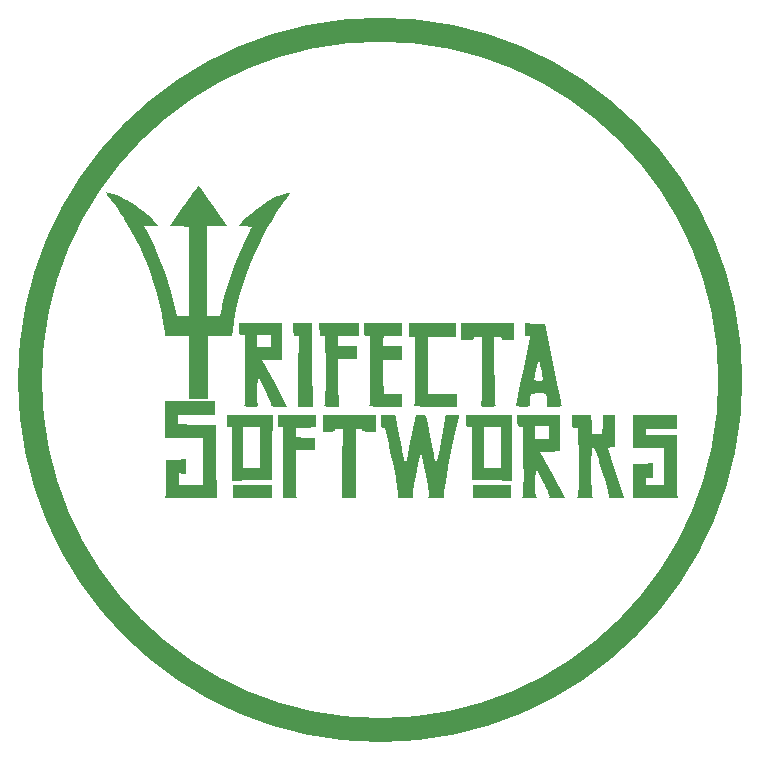
<source format=gbr>
%TF.GenerationSoftware,KiCad,Pcbnew,7.0.1*%
%TF.CreationDate,2023-03-27T13:47:12-05:00*%
%TF.ProjectId,_autosave-Circuitry-Circuit-Card,5f617574-6f73-4617-9665-2d4369726375,rev?*%
%TF.SameCoordinates,Original*%
%TF.FileFunction,Soldermask,Top*%
%TF.FilePolarity,Negative*%
%FSLAX46Y46*%
G04 Gerber Fmt 4.6, Leading zero omitted, Abs format (unit mm)*
G04 Created by KiCad (PCBNEW 7.0.1) date 2023-03-27 13:47:12*
%MOMM*%
%LPD*%
G01*
G04 APERTURE LIST*
%ADD10C,0.000000*%
%ADD11C,2.000000*%
G04 APERTURE END LIST*
D10*
G36*
X112694557Y-86229575D02*
G01*
X109431366Y-86229575D01*
X109431366Y-85083045D01*
X112694557Y-85083045D01*
X112694557Y-86229575D01*
G37*
G36*
X95867062Y-74940685D02*
G01*
X95893520Y-78468463D01*
X94658798Y-78468463D01*
X94685253Y-75469852D01*
X94711716Y-72471240D01*
X94482407Y-72471240D01*
X94445050Y-72470820D01*
X94412162Y-72469121D01*
X94383461Y-72465484D01*
X94358661Y-72459251D01*
X94347635Y-72454954D01*
X94337478Y-72449761D01*
X94328154Y-72443590D01*
X94319628Y-72436358D01*
X94311864Y-72427982D01*
X94304827Y-72418380D01*
X94298481Y-72407471D01*
X94292790Y-72395171D01*
X94283234Y-72366070D01*
X94275875Y-72330420D01*
X94270427Y-72287561D01*
X94266607Y-72236834D01*
X94264130Y-72177581D01*
X94262713Y-72109142D01*
X94261921Y-71942073D01*
X94261921Y-71412910D01*
X95849422Y-71412910D01*
X95867062Y-74940685D01*
G37*
G36*
X116839699Y-82252006D02*
G01*
X116001854Y-82278461D01*
X115172829Y-82304923D01*
X116213524Y-84262836D01*
X117263031Y-86229575D01*
X116557480Y-86229575D01*
X116458205Y-86229257D01*
X116368516Y-86228266D01*
X116288077Y-86226552D01*
X116251221Y-86225407D01*
X116216552Y-86224062D01*
X116184028Y-86222510D01*
X116153606Y-86220746D01*
X116125245Y-86218761D01*
X116098902Y-86216551D01*
X116074536Y-86214108D01*
X116052104Y-86211426D01*
X116031566Y-86208498D01*
X116012877Y-86205319D01*
X115995998Y-86201881D01*
X115980885Y-86198178D01*
X115967497Y-86194204D01*
X115955792Y-86189953D01*
X115945727Y-86185417D01*
X115937262Y-86180591D01*
X115933615Y-86178066D01*
X115930352Y-86175467D01*
X115927469Y-86172792D01*
X115924958Y-86170040D01*
X115922816Y-86167211D01*
X115921037Y-86164303D01*
X115919615Y-86161316D01*
X115918546Y-86158249D01*
X115917824Y-86155102D01*
X115917444Y-86151873D01*
X115917401Y-86148562D01*
X115917689Y-86145167D01*
X115918303Y-86141689D01*
X115919239Y-86138125D01*
X115922051Y-86130741D01*
X115926085Y-86123009D01*
X115931297Y-86114921D01*
X115940274Y-86097944D01*
X115943993Y-86073358D01*
X115942363Y-86040994D01*
X115935295Y-86000684D01*
X115922697Y-85952261D01*
X115904479Y-85895557D01*
X115850822Y-85756633D01*
X115773601Y-85582568D01*
X115672091Y-85372020D01*
X115545569Y-85123644D01*
X115393311Y-84836097D01*
X114767128Y-83663120D01*
X114740669Y-84827281D01*
X114736122Y-85101805D01*
X114735398Y-85226696D01*
X114735708Y-85343358D01*
X114737052Y-85451803D01*
X114739429Y-85552045D01*
X114742840Y-85644096D01*
X114747285Y-85727968D01*
X114752763Y-85803676D01*
X114759275Y-85871232D01*
X114766820Y-85930649D01*
X114775400Y-85981940D01*
X114785012Y-86025118D01*
X114795659Y-86060195D01*
X114801370Y-86074700D01*
X114807339Y-86087185D01*
X114813567Y-86097652D01*
X114820053Y-86106101D01*
X114834347Y-86124929D01*
X114843874Y-86141793D01*
X114848207Y-86156797D01*
X114848293Y-86163633D01*
X114846921Y-86170043D01*
X114844037Y-86176040D01*
X114839589Y-86181636D01*
X114825784Y-86191679D01*
X114805080Y-86200274D01*
X114777052Y-86207526D01*
X114741272Y-86213538D01*
X114697314Y-86218413D01*
X114644753Y-86222254D01*
X114583160Y-86225166D01*
X114431179Y-86228611D01*
X114237961Y-86229575D01*
X114137438Y-86229351D01*
X114047277Y-86228611D01*
X113967089Y-86227250D01*
X113930614Y-86226305D01*
X113896487Y-86225166D01*
X113864659Y-86223820D01*
X113835083Y-86222254D01*
X113807709Y-86220456D01*
X113782489Y-86218413D01*
X113759376Y-86216111D01*
X113738319Y-86213538D01*
X113719272Y-86210681D01*
X113702185Y-86207526D01*
X113687010Y-86204062D01*
X113673698Y-86200274D01*
X113662202Y-86196151D01*
X113657119Y-86193959D01*
X113652472Y-86191679D01*
X113648255Y-86189308D01*
X113644461Y-86186845D01*
X113641084Y-86184288D01*
X113638119Y-86181636D01*
X113635560Y-86178887D01*
X113633399Y-86176040D01*
X113631632Y-86173092D01*
X113630252Y-86170043D01*
X113629253Y-86166891D01*
X113628629Y-86163633D01*
X113628374Y-86160269D01*
X113628482Y-86156797D01*
X113628947Y-86153214D01*
X113629763Y-86149521D01*
X113630923Y-86145714D01*
X113632422Y-86141793D01*
X113636413Y-86133600D01*
X113641685Y-86124929D01*
X113648192Y-86115767D01*
X113655884Y-86106101D01*
X113668596Y-86081820D01*
X113680275Y-86038353D01*
X113700532Y-85891540D01*
X113716654Y-85661012D01*
X113728642Y-85342117D01*
X113740215Y-84420624D01*
X113735252Y-83089854D01*
X113708794Y-80188255D01*
X113470673Y-80161792D01*
X113428658Y-80156727D01*
X113391695Y-80151028D01*
X113359891Y-80144157D01*
X114723030Y-80144157D01*
X114723030Y-81202491D01*
X115869560Y-81202491D01*
X115869560Y-80144157D01*
X114723030Y-80144157D01*
X113359891Y-80144157D01*
X113359460Y-80144064D01*
X113331630Y-80135199D01*
X113319266Y-80129857D01*
X113307882Y-80123803D01*
X113297438Y-80116957D01*
X113287894Y-80109241D01*
X113279208Y-80100576D01*
X113271342Y-80090881D01*
X113264253Y-80080079D01*
X113257903Y-80068090D01*
X113252250Y-80054835D01*
X113247255Y-80040235D01*
X113239075Y-80006682D01*
X113233039Y-79966798D01*
X113228824Y-79919952D01*
X113226109Y-79865509D01*
X113224569Y-79802836D01*
X113223724Y-79650272D01*
X113223724Y-79174018D01*
X116839699Y-79174018D01*
X116839699Y-82252006D01*
G37*
G36*
X87647339Y-79174018D02*
G01*
X84472340Y-79174018D01*
X84472340Y-79967769D01*
X86086296Y-79985404D01*
X87691437Y-80011867D01*
X87735535Y-83125129D01*
X87779629Y-86229575D01*
X85548313Y-86229575D01*
X84827547Y-86229248D01*
X84534866Y-86228471D01*
X84283410Y-86226957D01*
X84172225Y-86225847D01*
X84070247Y-86224461D01*
X83977108Y-86222769D01*
X83892443Y-86220739D01*
X83815884Y-86218340D01*
X83747066Y-86215543D01*
X83685621Y-86212316D01*
X83631184Y-86208629D01*
X83583386Y-86204451D01*
X83541863Y-86199751D01*
X83523339Y-86197196D01*
X83506247Y-86194499D01*
X83490539Y-86191656D01*
X83476171Y-86188664D01*
X83463097Y-86185519D01*
X83451270Y-86182216D01*
X83440645Y-86178752D01*
X83431176Y-86175123D01*
X83422818Y-86171325D01*
X83415523Y-86167355D01*
X83409248Y-86163208D01*
X83403945Y-86158881D01*
X83399569Y-86154370D01*
X83396074Y-86149671D01*
X83393415Y-86144780D01*
X83391545Y-86139694D01*
X83390419Y-86134408D01*
X83389990Y-86128919D01*
X83390214Y-86123222D01*
X83391043Y-86117315D01*
X83392433Y-86111193D01*
X83394338Y-86104853D01*
X83399508Y-86091500D01*
X83406186Y-86077227D01*
X83414005Y-86062003D01*
X83423717Y-86036897D01*
X83432989Y-85998406D01*
X83450112Y-85883960D01*
X83465167Y-85724038D01*
X83477949Y-85524016D01*
X83488249Y-85289267D01*
X83495863Y-85025166D01*
X83500582Y-84737087D01*
X83502201Y-84430404D01*
X83502201Y-82975196D01*
X84340046Y-82948741D01*
X85177895Y-82922282D01*
X85177895Y-84165824D01*
X84869213Y-84130542D01*
X84560532Y-84095267D01*
X84560532Y-85083045D01*
X86589005Y-85083045D01*
X86589005Y-81114295D01*
X83414005Y-81114295D01*
X83414005Y-78027492D01*
X87647339Y-78027492D01*
X87647339Y-79174018D01*
G37*
G36*
X102377209Y-79174259D02*
G01*
X102464558Y-79175120D01*
X102541573Y-79176808D01*
X102608975Y-79179530D01*
X102639298Y-79181343D01*
X102667490Y-79183491D01*
X102693640Y-79186002D01*
X102717839Y-79188900D01*
X102740178Y-79192211D01*
X102760747Y-79195962D01*
X102779637Y-79200178D01*
X102796938Y-79204884D01*
X102812740Y-79210108D01*
X102827134Y-79215874D01*
X102840210Y-79222208D01*
X102852059Y-79229137D01*
X102862771Y-79236686D01*
X102872437Y-79244881D01*
X102881147Y-79253747D01*
X102888991Y-79263312D01*
X102896060Y-79273599D01*
X102902444Y-79284636D01*
X102908234Y-79296449D01*
X102913520Y-79309062D01*
X102918393Y-79322502D01*
X102922942Y-79336794D01*
X102931435Y-79368041D01*
X103060423Y-80003047D01*
X103301849Y-81246589D01*
X103435917Y-81947872D01*
X103490465Y-82231024D01*
X103537635Y-82473042D01*
X103578139Y-82676819D01*
X103596113Y-82765272D01*
X103612688Y-82845250D01*
X103627950Y-82917115D01*
X103641990Y-82981228D01*
X103654897Y-83037951D01*
X103666759Y-83087647D01*
X103677664Y-83130676D01*
X103687703Y-83167401D01*
X103696962Y-83198183D01*
X103705533Y-83223384D01*
X103709587Y-83234004D01*
X103713502Y-83243365D01*
X103717290Y-83251512D01*
X103720960Y-83258489D01*
X103724525Y-83264343D01*
X103727994Y-83269117D01*
X103731381Y-83272858D01*
X103734695Y-83275611D01*
X103737947Y-83277421D01*
X103741149Y-83278333D01*
X103744312Y-83278392D01*
X103747447Y-83277644D01*
X103750565Y-83276134D01*
X103753677Y-83273906D01*
X103756795Y-83271007D01*
X103759928Y-83267481D01*
X103766289Y-83258731D01*
X103772849Y-83248017D01*
X103786919Y-83222144D01*
X103807695Y-83156567D01*
X103842320Y-83018332D01*
X103945674Y-82557378D01*
X104082100Y-81906253D01*
X104236717Y-81131931D01*
X104615952Y-79174018D01*
X105030464Y-79174018D01*
X105076018Y-79174528D01*
X105119969Y-79176034D01*
X105162163Y-79178495D01*
X105202445Y-79181873D01*
X105240660Y-79186130D01*
X105276652Y-79191226D01*
X105310267Y-79197124D01*
X105341351Y-79203784D01*
X105369747Y-79211167D01*
X105395300Y-79219235D01*
X105406963Y-79223513D01*
X105417857Y-79227949D01*
X105427963Y-79232535D01*
X105437261Y-79237269D01*
X105445732Y-79242145D01*
X105453358Y-79247159D01*
X105460118Y-79252304D01*
X105465993Y-79257578D01*
X105470963Y-79262974D01*
X105475010Y-79268487D01*
X105478114Y-79274114D01*
X105480255Y-79279849D01*
X105529176Y-79478427D01*
X105626881Y-79935798D01*
X105912415Y-81352416D01*
X105990668Y-81748380D01*
X106065511Y-82117369D01*
X106135187Y-82451424D01*
X106197938Y-82742587D01*
X106252008Y-82982900D01*
X106295639Y-83164406D01*
X106327075Y-83279145D01*
X106337671Y-83308990D01*
X106341592Y-83316597D01*
X106344559Y-83319160D01*
X106366838Y-83275741D01*
X106402488Y-83152882D01*
X106505376Y-82713235D01*
X106636169Y-82089001D01*
X106777814Y-81368958D01*
X106913258Y-80641887D01*
X107025448Y-79996569D01*
X107097331Y-79521784D01*
X107112829Y-79376085D01*
X107111855Y-79306312D01*
X107105218Y-79285931D01*
X107102174Y-79267708D01*
X107103212Y-79251526D01*
X107105415Y-79244164D01*
X107108823Y-79237269D01*
X107113497Y-79230827D01*
X107119498Y-79224822D01*
X107135729Y-79214066D01*
X107158006Y-79204887D01*
X107186820Y-79197168D01*
X107222662Y-79190793D01*
X107266023Y-79185644D01*
X107317394Y-79181607D01*
X107377266Y-79178565D01*
X107524475Y-79175000D01*
X107711578Y-79174018D01*
X107819173Y-79174152D01*
X107914185Y-79174673D01*
X107997259Y-79175762D01*
X108069041Y-79177601D01*
X108100900Y-79178858D01*
X108130179Y-79180370D01*
X108156957Y-79182160D01*
X108181316Y-79184250D01*
X108203337Y-79186663D01*
X108223100Y-79189422D01*
X108240687Y-79192549D01*
X108256177Y-79196067D01*
X108269652Y-79199998D01*
X108281192Y-79204365D01*
X108286262Y-79206719D01*
X108290878Y-79209191D01*
X108295052Y-79211783D01*
X108298792Y-79214498D01*
X108302108Y-79217339D01*
X108305012Y-79220309D01*
X108307513Y-79223410D01*
X108309621Y-79226646D01*
X108311347Y-79230019D01*
X108312700Y-79233532D01*
X108313690Y-79237188D01*
X108314328Y-79240990D01*
X108314623Y-79244941D01*
X108314586Y-79249042D01*
X108313556Y-79257712D01*
X108311318Y-79267020D01*
X108307953Y-79276991D01*
X108303542Y-79287646D01*
X108298164Y-79299009D01*
X108291902Y-79311102D01*
X108284836Y-79323947D01*
X108252282Y-79422511D01*
X108196370Y-79642824D01*
X108026874Y-80393305D01*
X107801151Y-81464593D01*
X107544006Y-82745895D01*
X107385549Y-83548653D01*
X107253654Y-84233486D01*
X107147596Y-84804839D01*
X107066653Y-85267154D01*
X107010102Y-85624876D01*
X106990747Y-85765903D01*
X106977218Y-85882448D01*
X106969426Y-85975067D01*
X106967279Y-86044315D01*
X106970687Y-86090748D01*
X106974447Y-86105582D01*
X106979561Y-86114921D01*
X106990355Y-86130741D01*
X106996046Y-86145167D01*
X106996285Y-86158249D01*
X106994251Y-86164303D01*
X106990723Y-86170040D01*
X106979012Y-86180591D01*
X106960802Y-86189953D01*
X106935746Y-86198178D01*
X106903493Y-86205319D01*
X106863695Y-86211426D01*
X106816004Y-86216551D01*
X106760071Y-86220746D01*
X106695546Y-86224062D01*
X106539328Y-86228266D01*
X106344559Y-86229575D01*
X106237824Y-86229354D01*
X106142213Y-86228628D01*
X106057273Y-86227308D01*
X106018663Y-86226397D01*
X105982551Y-86225303D01*
X105948881Y-86224016D01*
X105917597Y-86222524D01*
X105888641Y-86220815D01*
X105861957Y-86218878D01*
X105837488Y-86216703D01*
X105815179Y-86214277D01*
X105794972Y-86211589D01*
X105776812Y-86208629D01*
X105760640Y-86205384D01*
X105746402Y-86201844D01*
X105734041Y-86197997D01*
X105728546Y-86195955D01*
X105723499Y-86193832D01*
X105718893Y-86191627D01*
X105714721Y-86189337D01*
X105710975Y-86186963D01*
X105707650Y-86184502D01*
X105704736Y-86181953D01*
X105702229Y-86179315D01*
X105700120Y-86176585D01*
X105698402Y-86173764D01*
X105697068Y-86170849D01*
X105696112Y-86167839D01*
X105695526Y-86164732D01*
X105695303Y-86161527D01*
X105695437Y-86158223D01*
X105695919Y-86154819D01*
X105696743Y-86151312D01*
X105697902Y-86147701D01*
X105699389Y-86143986D01*
X105701197Y-86140164D01*
X105705747Y-86132196D01*
X105711494Y-86123785D01*
X105718384Y-86114921D01*
X105730046Y-86092372D01*
X105738503Y-86060626D01*
X105743654Y-86018957D01*
X105745394Y-85966644D01*
X105738228Y-85827187D01*
X105716179Y-85636467D01*
X105678420Y-85388696D01*
X105624125Y-85078087D01*
X105552465Y-84698851D01*
X105462616Y-84245200D01*
X105322606Y-83563759D01*
X105202442Y-83000555D01*
X105153936Y-82781636D01*
X105115351Y-82614291D01*
X105088342Y-82505857D01*
X105079695Y-82476025D01*
X105074562Y-82463672D01*
X105064569Y-82455511D01*
X105054150Y-82455438D01*
X105042878Y-82465338D01*
X105030327Y-82487098D01*
X104999682Y-82573743D01*
X104958806Y-82730460D01*
X104904288Y-82972341D01*
X104832716Y-83314473D01*
X104624771Y-84359851D01*
X104561295Y-84687739D01*
X104503917Y-84998573D01*
X104453774Y-85285222D01*
X104412003Y-85540555D01*
X104379740Y-85757440D01*
X104358123Y-85928748D01*
X104351662Y-85995081D01*
X104348288Y-86047345D01*
X104348144Y-86084649D01*
X104351372Y-86106101D01*
X104356159Y-86123474D01*
X104357019Y-86139259D01*
X104353539Y-86153519D01*
X104345304Y-86166319D01*
X104331902Y-86177725D01*
X104312919Y-86187800D01*
X104287941Y-86196609D01*
X104256556Y-86204216D01*
X104218349Y-86210687D01*
X104172908Y-86216086D01*
X104119818Y-86220476D01*
X104058668Y-86223924D01*
X103910528Y-86228249D01*
X103725182Y-86229575D01*
X103639385Y-86229263D01*
X103560526Y-86228318D01*
X103488513Y-86226726D01*
X103423258Y-86224475D01*
X103364668Y-86221553D01*
X103312654Y-86217946D01*
X103267125Y-86213641D01*
X103246764Y-86211223D01*
X103227991Y-86208626D01*
X103210794Y-86205848D01*
X103195162Y-86202887D01*
X103181083Y-86199743D01*
X103168546Y-86196412D01*
X103157540Y-86192895D01*
X103148054Y-86189188D01*
X103140077Y-86185291D01*
X103133596Y-86181202D01*
X103128601Y-86176919D01*
X103125080Y-86172441D01*
X103123869Y-86170128D01*
X103123022Y-86167766D01*
X103122539Y-86165354D01*
X103122416Y-86162892D01*
X103123251Y-86157818D01*
X103125515Y-86152543D01*
X103129197Y-86147064D01*
X103134285Y-86141380D01*
X103144922Y-86118366D01*
X103150339Y-86075509D01*
X103145310Y-85928610D01*
X103118782Y-85697375D01*
X103070344Y-85378497D01*
X102906082Y-84464581D01*
X102649216Y-83160403D01*
X102552423Y-82680363D01*
X102466470Y-82256533D01*
X102390413Y-81885388D01*
X102323309Y-81563399D01*
X102264215Y-81287040D01*
X102237377Y-81164870D01*
X102212187Y-81052785D01*
X102188529Y-80950344D01*
X102166283Y-80857106D01*
X102145333Y-80772630D01*
X102125560Y-80696476D01*
X102106846Y-80628203D01*
X102089074Y-80567369D01*
X102072125Y-80513534D01*
X102055882Y-80466257D01*
X102040227Y-80425098D01*
X102025042Y-80389614D01*
X102017589Y-80373863D01*
X102010209Y-80359366D01*
X102002887Y-80346068D01*
X101995610Y-80333913D01*
X101988361Y-80322847D01*
X101981127Y-80312813D01*
X101973892Y-80303759D01*
X101966643Y-80295627D01*
X101959363Y-80288363D01*
X101952039Y-80281912D01*
X101944655Y-80276219D01*
X101937197Y-80271228D01*
X101929651Y-80266885D01*
X101922001Y-80263135D01*
X101914232Y-80259922D01*
X101906331Y-80257191D01*
X101890070Y-80252956D01*
X101873100Y-80249988D01*
X101840302Y-80244621D01*
X101811211Y-80238053D01*
X101785608Y-80229701D01*
X101763273Y-80218985D01*
X101753263Y-80212559D01*
X101743988Y-80205324D01*
X101735420Y-80197207D01*
X101727531Y-80188135D01*
X101720295Y-80178037D01*
X101713684Y-80166838D01*
X101702228Y-80140852D01*
X101692941Y-80109594D01*
X101685605Y-80072484D01*
X101680001Y-80028940D01*
X101675908Y-79978381D01*
X101673106Y-79920226D01*
X101671377Y-79853893D01*
X101670258Y-79694370D01*
X101670258Y-79174018D01*
X102278801Y-79174018D01*
X102377209Y-79174259D01*
G37*
G36*
X92480392Y-81925681D02*
G01*
X92453938Y-84686172D01*
X90760601Y-84712630D01*
X89058449Y-84730270D01*
X89058449Y-80232352D01*
X90028587Y-80232352D01*
X90028587Y-83671935D01*
X91439701Y-83671935D01*
X91439701Y-80232352D01*
X90028587Y-80232352D01*
X89058449Y-80232352D01*
X88837963Y-80232352D01*
X88800606Y-80231933D01*
X88767719Y-80230234D01*
X88739017Y-80226597D01*
X88714217Y-80220363D01*
X88703191Y-80216066D01*
X88693034Y-80210874D01*
X88683711Y-80204702D01*
X88675184Y-80197470D01*
X88667421Y-80189094D01*
X88660383Y-80179493D01*
X88654037Y-80168583D01*
X88648347Y-80156283D01*
X88638791Y-80127183D01*
X88631431Y-80091532D01*
X88625983Y-80048673D01*
X88622163Y-79997946D01*
X88619687Y-79938693D01*
X88618270Y-79870254D01*
X88617477Y-79703185D01*
X88617477Y-79174018D01*
X92498032Y-79174018D01*
X92480392Y-81925681D01*
G37*
G36*
X112959145Y-72824020D02*
G01*
X112429977Y-72824020D01*
X112355725Y-72823697D01*
X112288229Y-72822676D01*
X112227219Y-72820880D01*
X112199061Y-72819667D01*
X112172423Y-72818231D01*
X112147270Y-72816563D01*
X112123569Y-72814652D01*
X112101286Y-72812490D01*
X112080387Y-72810066D01*
X112060838Y-72807370D01*
X112042605Y-72804394D01*
X112025654Y-72801127D01*
X112009952Y-72797559D01*
X111995464Y-72793682D01*
X111982156Y-72789485D01*
X111969995Y-72784958D01*
X111958947Y-72780092D01*
X111948977Y-72774878D01*
X111940052Y-72769305D01*
X111932139Y-72763363D01*
X111925202Y-72757044D01*
X111919208Y-72750338D01*
X111914124Y-72743234D01*
X111909914Y-72735723D01*
X111906546Y-72727796D01*
X111903986Y-72719442D01*
X111902199Y-72710652D01*
X111901152Y-72701417D01*
X111900810Y-72691726D01*
X111899669Y-72675707D01*
X111898238Y-72668085D01*
X111896229Y-72660721D01*
X111893638Y-72653615D01*
X111890463Y-72646769D01*
X111886700Y-72640180D01*
X111882345Y-72633850D01*
X111877397Y-72627778D01*
X111871851Y-72621964D01*
X111858954Y-72611112D01*
X111843628Y-72601294D01*
X111825848Y-72592509D01*
X111805587Y-72584758D01*
X111782819Y-72578040D01*
X111757519Y-72572355D01*
X111729662Y-72567704D01*
X111699220Y-72564087D01*
X111666169Y-72561503D01*
X111630481Y-72559953D01*
X111592133Y-72559436D01*
X111283447Y-72559436D01*
X111283447Y-75408115D01*
X111284739Y-76134461D01*
X111288822Y-76744122D01*
X111296005Y-77244436D01*
X111306599Y-77642741D01*
X111313272Y-77805934D01*
X111320913Y-77946375D01*
X111329563Y-78064984D01*
X111339259Y-78162676D01*
X111350040Y-78240369D01*
X111361945Y-78298981D01*
X111375013Y-78339428D01*
X111381995Y-78353127D01*
X111389282Y-78362628D01*
X111401530Y-78376897D01*
X111408299Y-78389964D01*
X111409533Y-78396060D01*
X111409281Y-78401869D01*
X111407505Y-78407398D01*
X111404165Y-78412650D01*
X111392642Y-78422346D01*
X111374400Y-78430995D01*
X111349130Y-78438637D01*
X111316522Y-78445310D01*
X111276266Y-78451053D01*
X111228051Y-78455905D01*
X111106508Y-78463088D01*
X110949411Y-78467171D01*
X110754280Y-78468463D01*
X110651807Y-78468147D01*
X110559152Y-78467171D01*
X110476005Y-78465498D01*
X110402057Y-78463088D01*
X110368435Y-78461595D01*
X110336997Y-78459903D01*
X110307703Y-78458008D01*
X110280515Y-78455905D01*
X110255394Y-78453588D01*
X110232301Y-78451053D01*
X110211198Y-78448296D01*
X110192045Y-78445310D01*
X110174805Y-78442093D01*
X110159438Y-78438637D01*
X110145905Y-78434940D01*
X110134168Y-78430995D01*
X110124188Y-78426799D01*
X110115926Y-78422346D01*
X110112427Y-78420022D01*
X110109344Y-78417631D01*
X110106670Y-78415174D01*
X110104402Y-78412650D01*
X110102535Y-78410058D01*
X110101063Y-78407398D01*
X110099982Y-78404668D01*
X110099286Y-78401869D01*
X110098972Y-78399000D01*
X110099035Y-78396060D01*
X110099468Y-78393048D01*
X110100268Y-78389964D01*
X110101430Y-78386808D01*
X110102949Y-78383578D01*
X110107038Y-78376897D01*
X110112497Y-78369915D01*
X110119286Y-78362628D01*
X110133555Y-78339428D01*
X110146623Y-78298981D01*
X110169308Y-78162676D01*
X110187652Y-77946375D01*
X110201965Y-77642741D01*
X110219740Y-76744122D01*
X110225113Y-75408115D01*
X110225113Y-72559436D01*
X109872337Y-72559436D01*
X109826228Y-72559856D01*
X109783748Y-72561141D01*
X109763841Y-72562121D01*
X109744808Y-72563331D01*
X109726637Y-72564777D01*
X109709317Y-72566464D01*
X109692837Y-72568396D01*
X109677186Y-72570579D01*
X109662351Y-72573016D01*
X109648322Y-72575714D01*
X109635088Y-72578677D01*
X109622637Y-72581909D01*
X109610958Y-72585416D01*
X109600040Y-72589202D01*
X109589870Y-72593272D01*
X109580439Y-72597631D01*
X109571735Y-72602285D01*
X109563745Y-72607237D01*
X109556460Y-72612492D01*
X109549868Y-72618056D01*
X109543957Y-72623933D01*
X109538717Y-72630129D01*
X109534135Y-72636647D01*
X109530201Y-72643493D01*
X109526903Y-72650672D01*
X109524230Y-72658189D01*
X109522171Y-72666047D01*
X109520714Y-72674253D01*
X109519848Y-72682811D01*
X109519562Y-72691726D01*
X109518173Y-72710652D01*
X109513826Y-72727796D01*
X109506249Y-72743234D01*
X109495170Y-72757044D01*
X109480320Y-72769305D01*
X109461425Y-72780092D01*
X109438216Y-72789485D01*
X109410420Y-72797559D01*
X109377767Y-72804394D01*
X109339985Y-72810066D01*
X109296803Y-72814652D01*
X109247950Y-72818231D01*
X109193153Y-72820880D01*
X109132143Y-72822676D01*
X108990395Y-72824020D01*
X108461227Y-72824020D01*
X108461227Y-71412910D01*
X112959145Y-71412910D01*
X112959145Y-72824020D01*
G37*
G36*
X113551245Y-76228324D02*
G01*
X114634842Y-76228324D01*
X114635380Y-76229977D01*
X114636976Y-76231627D01*
X114643231Y-76234904D01*
X114653388Y-76238130D01*
X114667226Y-76241278D01*
X114705071Y-76247238D01*
X114755008Y-76252578D01*
X114815280Y-76257091D01*
X114884130Y-76260571D01*
X114959800Y-76262810D01*
X115040535Y-76263602D01*
X115100210Y-76263273D01*
X115153723Y-76262207D01*
X115201319Y-76260288D01*
X115222975Y-76258973D01*
X115243243Y-76257401D01*
X115262155Y-76255557D01*
X115279742Y-76253428D01*
X115296033Y-76250998D01*
X115311060Y-76248253D01*
X115324853Y-76245179D01*
X115337442Y-76241761D01*
X115348860Y-76237984D01*
X115359136Y-76233834D01*
X115368300Y-76229297D01*
X115376385Y-76224358D01*
X115383419Y-76219002D01*
X115389435Y-76213215D01*
X115394463Y-76206982D01*
X115398532Y-76200288D01*
X115401675Y-76193121D01*
X115403922Y-76185463D01*
X115405303Y-76177302D01*
X115405849Y-76168623D01*
X115405591Y-76159410D01*
X115404559Y-76149651D01*
X115402784Y-76139329D01*
X115400298Y-76128430D01*
X115397130Y-76116941D01*
X115393311Y-76104846D01*
X115323859Y-75780735D01*
X115268048Y-75509537D01*
X115208099Y-75205268D01*
X115160645Y-74982009D01*
X115117841Y-74790066D01*
X115098344Y-74706580D01*
X115080204Y-74631815D01*
X115063485Y-74566068D01*
X115048251Y-74509635D01*
X115034568Y-74462813D01*
X115022499Y-74425901D01*
X115012110Y-74399195D01*
X115007566Y-74389761D01*
X115003465Y-74382991D01*
X114999817Y-74378921D01*
X114996629Y-74377588D01*
X114995210Y-74377960D01*
X114993909Y-74379030D01*
X114991666Y-74383283D01*
X114989907Y-74390384D01*
X114988640Y-74400372D01*
X114987618Y-74429153D01*
X114973699Y-74516522D01*
X114935802Y-74717992D01*
X114879715Y-75002144D01*
X114811226Y-75337562D01*
X114742741Y-75671461D01*
X114686656Y-75951616D01*
X114648760Y-76147435D01*
X114638442Y-76204158D01*
X114634842Y-76228324D01*
X113551245Y-76228324D01*
X113703285Y-75494104D01*
X114102226Y-73511108D01*
X114282059Y-72541797D01*
X114281777Y-72538491D01*
X114280939Y-72535191D01*
X114279559Y-72531905D01*
X114277649Y-72528638D01*
X114272292Y-72522187D01*
X114264972Y-72515891D01*
X114255791Y-72509802D01*
X114244854Y-72503971D01*
X114232262Y-72498450D01*
X114218121Y-72493291D01*
X114202532Y-72488545D01*
X114185600Y-72484264D01*
X114167427Y-72480500D01*
X114148118Y-72477304D01*
X114127775Y-72474729D01*
X114106501Y-72472825D01*
X114084401Y-72471645D01*
X114061577Y-72471240D01*
X114024220Y-72470820D01*
X113991332Y-72469121D01*
X113962631Y-72465484D01*
X113937830Y-72459251D01*
X113926804Y-72454954D01*
X113916647Y-72449761D01*
X113907323Y-72443590D01*
X113898797Y-72436358D01*
X113891033Y-72427982D01*
X113883996Y-72418380D01*
X113877649Y-72407471D01*
X113871959Y-72395171D01*
X113862402Y-72366070D01*
X113855042Y-72330420D01*
X113849594Y-72287561D01*
X113845774Y-72236834D01*
X113843297Y-72177581D01*
X113841880Y-72109142D01*
X113841087Y-71942073D01*
X113841087Y-71404086D01*
X114696579Y-71430549D01*
X115552063Y-71457004D01*
X116222336Y-74808395D01*
X116488025Y-76122079D01*
X116714024Y-77221615D01*
X116877183Y-77992075D01*
X116927964Y-78217986D01*
X116954353Y-78318530D01*
X116962738Y-78342015D01*
X116967686Y-78362955D01*
X116968655Y-78381493D01*
X116967478Y-78389904D01*
X116965102Y-78397769D01*
X116961461Y-78405103D01*
X116956485Y-78411926D01*
X116950108Y-78418255D01*
X116942261Y-78424107D01*
X116921888Y-78434453D01*
X116894822Y-78443107D01*
X116860522Y-78450210D01*
X116818444Y-78455906D01*
X116768047Y-78460335D01*
X116708786Y-78463640D01*
X116561508Y-78467447D01*
X116372269Y-78468463D01*
X115737267Y-78468463D01*
X115728455Y-78036308D01*
X115724986Y-77911920D01*
X115720548Y-77802713D01*
X115714172Y-77707743D01*
X115704889Y-77626066D01*
X115698855Y-77589919D01*
X115691730Y-77556740D01*
X115683395Y-77526414D01*
X115673727Y-77498822D01*
X115662606Y-77473846D01*
X115649910Y-77451368D01*
X115635519Y-77431271D01*
X115619310Y-77413436D01*
X115601164Y-77397745D01*
X115580960Y-77384081D01*
X115558575Y-77372326D01*
X115533888Y-77362362D01*
X115506780Y-77354071D01*
X115477128Y-77347335D01*
X115444812Y-77342036D01*
X115409709Y-77338056D01*
X115330664Y-77333583D01*
X115239023Y-77332973D01*
X115133816Y-77335283D01*
X115014076Y-77339568D01*
X114414352Y-77366035D01*
X114317337Y-77807006D01*
X114306386Y-77858879D01*
X114296701Y-77908634D01*
X114288308Y-77956219D01*
X114281233Y-78001582D01*
X114275502Y-78044671D01*
X114271140Y-78085435D01*
X114268173Y-78123822D01*
X114266627Y-78159780D01*
X114266529Y-78193258D01*
X114267903Y-78224203D01*
X114270775Y-78252565D01*
X114275172Y-78278291D01*
X114277950Y-78290150D01*
X114281118Y-78301330D01*
X114284681Y-78311825D01*
X114288641Y-78321629D01*
X114293002Y-78330736D01*
X114297766Y-78339138D01*
X114302936Y-78346830D01*
X114308517Y-78353805D01*
X114317869Y-78369627D01*
X114322557Y-78384053D01*
X114322258Y-78397136D01*
X114320138Y-78403190D01*
X114316649Y-78408928D01*
X114305408Y-78419479D01*
X114288211Y-78428841D01*
X114264736Y-78437067D01*
X114234658Y-78444207D01*
X114197656Y-78450314D01*
X114153407Y-78455439D01*
X114101587Y-78459634D01*
X114041873Y-78462950D01*
X113897472Y-78467154D01*
X113717621Y-78468463D01*
X113641891Y-78468054D01*
X113570257Y-78466844D01*
X113502886Y-78464859D01*
X113439946Y-78462124D01*
X113381606Y-78458666D01*
X113328032Y-78454510D01*
X113279394Y-78449683D01*
X113235858Y-78444209D01*
X113197593Y-78438116D01*
X113164768Y-78431428D01*
X113150447Y-78427869D01*
X113137549Y-78424171D01*
X113126095Y-78420338D01*
X113116105Y-78416372D01*
X113107602Y-78412278D01*
X113100605Y-78408057D01*
X113095135Y-78403713D01*
X113091214Y-78399250D01*
X113088863Y-78394671D01*
X113088103Y-78389978D01*
X113088954Y-78385176D01*
X113091438Y-78380267D01*
X113296077Y-77460564D01*
X113551245Y-76228324D01*
G37*
G36*
X93291782Y-74490897D02*
G01*
X92453938Y-74517348D01*
X91624912Y-74543811D01*
X92665604Y-76501723D01*
X93715115Y-78468463D01*
X93009560Y-78468463D01*
X92910285Y-78468144D01*
X92820597Y-78467154D01*
X92740159Y-78465440D01*
X92703303Y-78464295D01*
X92668634Y-78462950D01*
X92636110Y-78461399D01*
X92605688Y-78459634D01*
X92577327Y-78457650D01*
X92550985Y-78455439D01*
X92526619Y-78452996D01*
X92504187Y-78450314D01*
X92483649Y-78447387D01*
X92464961Y-78444207D01*
X92448081Y-78440770D01*
X92432969Y-78437067D01*
X92419581Y-78433093D01*
X92407875Y-78428841D01*
X92397811Y-78424305D01*
X92389345Y-78419479D01*
X92385698Y-78416954D01*
X92382436Y-78414355D01*
X92379552Y-78411680D01*
X92377042Y-78408928D01*
X92374899Y-78406098D01*
X92373120Y-78403190D01*
X92371699Y-78400203D01*
X92370629Y-78397136D01*
X92369908Y-78393989D01*
X92369528Y-78390760D01*
X92369484Y-78387448D01*
X92369773Y-78384053D01*
X92370387Y-78380575D01*
X92371322Y-78377011D01*
X92374135Y-78369627D01*
X92378169Y-78361893D01*
X92383381Y-78353805D01*
X92392358Y-78336828D01*
X92396076Y-78312242D01*
X92394447Y-78279878D01*
X92387378Y-78239569D01*
X92374780Y-78191146D01*
X92356562Y-78134443D01*
X92302905Y-77995519D01*
X92225684Y-77821456D01*
X92124174Y-77610909D01*
X91997654Y-77362534D01*
X91845398Y-77074989D01*
X91219212Y-75902007D01*
X91192757Y-77066169D01*
X91188209Y-77340693D01*
X91187485Y-77465584D01*
X91187795Y-77582246D01*
X91189139Y-77690691D01*
X91191515Y-77790933D01*
X91194926Y-77882983D01*
X91199370Y-77966856D01*
X91204848Y-78042564D01*
X91211359Y-78110120D01*
X91218904Y-78169537D01*
X91227482Y-78220828D01*
X91237094Y-78264005D01*
X91247740Y-78299083D01*
X91253451Y-78313588D01*
X91259420Y-78326073D01*
X91265647Y-78336540D01*
X91272133Y-78344989D01*
X91286428Y-78363817D01*
X91295956Y-78380681D01*
X91300290Y-78395684D01*
X91300377Y-78402521D01*
X91299005Y-78408931D01*
X91296121Y-78414928D01*
X91291673Y-78420524D01*
X91277868Y-78430567D01*
X91257165Y-78439162D01*
X91229137Y-78446414D01*
X91193357Y-78452426D01*
X91149400Y-78457301D01*
X91096838Y-78461142D01*
X91035246Y-78464053D01*
X90883266Y-78467498D01*
X90690048Y-78468463D01*
X90589525Y-78468239D01*
X90499363Y-78467498D01*
X90419174Y-78466138D01*
X90382699Y-78465192D01*
X90348572Y-78464053D01*
X90316744Y-78462708D01*
X90287167Y-78461142D01*
X90259793Y-78459344D01*
X90234574Y-78457301D01*
X90211460Y-78454999D01*
X90190403Y-78452426D01*
X90171356Y-78449569D01*
X90154269Y-78446414D01*
X90139094Y-78442950D01*
X90125782Y-78439162D01*
X90114286Y-78435039D01*
X90109203Y-78432847D01*
X90104556Y-78430567D01*
X90100339Y-78428196D01*
X90096545Y-78425733D01*
X90093168Y-78423176D01*
X90090203Y-78420524D01*
X90087643Y-78417775D01*
X90085483Y-78414928D01*
X90083715Y-78411980D01*
X90082335Y-78408931D01*
X90081336Y-78405778D01*
X90080712Y-78402521D01*
X90080457Y-78399157D01*
X90080565Y-78395684D01*
X90081030Y-78392102D01*
X90081846Y-78388409D01*
X90083007Y-78384602D01*
X90084506Y-78380681D01*
X90088496Y-78372488D01*
X90093769Y-78363817D01*
X90100276Y-78354655D01*
X90107967Y-78344989D01*
X90120679Y-78320707D01*
X90132358Y-78277241D01*
X90152614Y-78130428D01*
X90168737Y-77899900D01*
X90180725Y-77581005D01*
X90192299Y-76659512D01*
X90187336Y-75328742D01*
X90160881Y-72427142D01*
X89922752Y-72400680D01*
X89880739Y-72395615D01*
X89843776Y-72389916D01*
X89811990Y-72383048D01*
X91175118Y-72383048D01*
X91175118Y-73441379D01*
X92321644Y-73441379D01*
X92321644Y-72383048D01*
X91175118Y-72383048D01*
X89811990Y-72383048D01*
X89811542Y-72382951D01*
X89783712Y-72374087D01*
X89771349Y-72368745D01*
X89759965Y-72362691D01*
X89749522Y-72355845D01*
X89739978Y-72348129D01*
X89731292Y-72339464D01*
X89723426Y-72329769D01*
X89716338Y-72318967D01*
X89709988Y-72306978D01*
X89704336Y-72293723D01*
X89699341Y-72279122D01*
X89691161Y-72245569D01*
X89685125Y-72205686D01*
X89680911Y-72158839D01*
X89678196Y-72104397D01*
X89676656Y-72041724D01*
X89675812Y-71889159D01*
X89675812Y-71412910D01*
X93291782Y-71412910D01*
X93291782Y-74490897D01*
G37*
G36*
X126717476Y-80320548D02*
G01*
X124071648Y-80320548D01*
X124071648Y-80849712D01*
X126717476Y-80849712D01*
X126717476Y-83433810D01*
X126718768Y-84090549D01*
X126722852Y-84642901D01*
X126730036Y-85097276D01*
X126740631Y-85460079D01*
X126747305Y-85609145D01*
X126754947Y-85737720D01*
X126763597Y-85846607D01*
X126773294Y-85936605D01*
X126784075Y-86008517D01*
X126795981Y-86063143D01*
X126809049Y-86101284D01*
X126816031Y-86114423D01*
X126823319Y-86123740D01*
X126832260Y-86138009D01*
X126828708Y-86151075D01*
X126811747Y-86162980D01*
X126780458Y-86173761D01*
X126671230Y-86192106D01*
X126493687Y-86206421D01*
X126240489Y-86217016D01*
X125904299Y-86224200D01*
X124953590Y-86229575D01*
X122969215Y-86229575D01*
X122995674Y-84783183D01*
X123022133Y-83327975D01*
X123851158Y-83301517D01*
X124689003Y-83275062D01*
X124689003Y-84518600D01*
X124380325Y-84483321D01*
X124327444Y-84477287D01*
X124280970Y-84472660D01*
X124240490Y-84469816D01*
X124205592Y-84469130D01*
X124190106Y-84469713D01*
X124175861Y-84470976D01*
X124162804Y-84472965D01*
X124150884Y-84475729D01*
X124140050Y-84479312D01*
X124130248Y-84483763D01*
X124121429Y-84489127D01*
X124113540Y-84495453D01*
X124106529Y-84502786D01*
X124100345Y-84511173D01*
X124094936Y-84520662D01*
X124090251Y-84531299D01*
X124086238Y-84543132D01*
X124082844Y-84556205D01*
X124080019Y-84570568D01*
X124077711Y-84586266D01*
X124074438Y-84621856D01*
X124072612Y-84663350D01*
X124071820Y-84711122D01*
X124071648Y-84765548D01*
X124071648Y-85083045D01*
X125659142Y-85083045D01*
X125659142Y-81996242D01*
X123013313Y-81996242D01*
X123013313Y-79174018D01*
X126717476Y-79174018D01*
X126717476Y-80320548D01*
G37*
G36*
X92409840Y-86229575D02*
G01*
X89146645Y-86229575D01*
X89146645Y-85083045D01*
X92409840Y-85083045D01*
X92409840Y-86229575D01*
G37*
G36*
X101229286Y-80585132D02*
G01*
X100656021Y-80585132D01*
X100575460Y-80584809D01*
X100502249Y-80583788D01*
X100436093Y-80581992D01*
X100405567Y-80580779D01*
X100376693Y-80579343D01*
X100349434Y-80577675D01*
X100323752Y-80575765D01*
X100299612Y-80573602D01*
X100276974Y-80571178D01*
X100255803Y-80568483D01*
X100236062Y-80565506D01*
X100217712Y-80562239D01*
X100200717Y-80558672D01*
X100185040Y-80554794D01*
X100170643Y-80550597D01*
X100157490Y-80546070D01*
X100145544Y-80541205D01*
X100134766Y-80535990D01*
X100125120Y-80530417D01*
X100116570Y-80524476D01*
X100109077Y-80518157D01*
X100102605Y-80511450D01*
X100097116Y-80504346D01*
X100092573Y-80496835D01*
X100088940Y-80488908D01*
X100086179Y-80480554D01*
X100084253Y-80471764D01*
X100083124Y-80462529D01*
X100082756Y-80452838D01*
X100082498Y-80444699D01*
X100081723Y-80436818D01*
X100080431Y-80429196D01*
X100078622Y-80421832D01*
X100076296Y-80414726D01*
X100073454Y-80407879D01*
X100070095Y-80401291D01*
X100066219Y-80394960D01*
X100061827Y-80388888D01*
X100056917Y-80383075D01*
X100051491Y-80377520D01*
X100045548Y-80372223D01*
X100032112Y-80362405D01*
X100016609Y-80353620D01*
X99999039Y-80345869D01*
X99979402Y-80339151D01*
X99957697Y-80333467D01*
X99933926Y-80328816D01*
X99908087Y-80325199D01*
X99880181Y-80322615D01*
X99850209Y-80321065D01*
X99818169Y-80320548D01*
X99544769Y-80320548D01*
X99571228Y-83275062D01*
X99597687Y-86229575D01*
X98362961Y-86229575D01*
X98389420Y-83275062D01*
X98415886Y-80320548D01*
X98098381Y-80320548D01*
X98078873Y-80320677D01*
X98060033Y-80321065D01*
X98041858Y-80321711D01*
X98024346Y-80322615D01*
X98007493Y-80323778D01*
X97991295Y-80325199D01*
X97975749Y-80326878D01*
X97960853Y-80328816D01*
X97946603Y-80331012D01*
X97932995Y-80333467D01*
X97920027Y-80336180D01*
X97907695Y-80339151D01*
X97895996Y-80342380D01*
X97884927Y-80345869D01*
X97874485Y-80349615D01*
X97864666Y-80353620D01*
X97855467Y-80357883D01*
X97846884Y-80362405D01*
X97838916Y-80367185D01*
X97831558Y-80372223D01*
X97824807Y-80377520D01*
X97818660Y-80383075D01*
X97813114Y-80388888D01*
X97808166Y-80394960D01*
X97803811Y-80401291D01*
X97800048Y-80407879D01*
X97796872Y-80414726D01*
X97794282Y-80421832D01*
X97792272Y-80429196D01*
X97790841Y-80436818D01*
X97789984Y-80444699D01*
X97789700Y-80452838D01*
X97788311Y-80471764D01*
X97783964Y-80488908D01*
X97776387Y-80504346D01*
X97765309Y-80518157D01*
X97750458Y-80530417D01*
X97731564Y-80541205D01*
X97708355Y-80550597D01*
X97680560Y-80558672D01*
X97647907Y-80565506D01*
X97610125Y-80571178D01*
X97566943Y-80575765D01*
X97518089Y-80579343D01*
X97463292Y-80581992D01*
X97402282Y-80583788D01*
X97260532Y-80585132D01*
X96731365Y-80585132D01*
X96731365Y-79174018D01*
X101229286Y-79174018D01*
X101229286Y-80585132D01*
G37*
G36*
X103434143Y-72462424D02*
G01*
X102666855Y-72488876D01*
X101890739Y-72515338D01*
X101864281Y-72938670D01*
X101837830Y-73362003D01*
X102631577Y-73335544D01*
X103434143Y-73309089D01*
X103434143Y-74499713D01*
X101846642Y-74499713D01*
X101864281Y-75928458D01*
X101890739Y-77366035D01*
X102658035Y-77392490D01*
X103416504Y-77418948D01*
X103451782Y-77939296D01*
X103478241Y-78468463D01*
X102031853Y-78468463D01*
X101816714Y-78468239D01*
X101623731Y-78467498D01*
X101451909Y-78466138D01*
X101300254Y-78464053D01*
X101167771Y-78461142D01*
X101053465Y-78457301D01*
X101002818Y-78454999D01*
X100956341Y-78452426D01*
X100913912Y-78449569D01*
X100875405Y-78446414D01*
X100840697Y-78442950D01*
X100809662Y-78439162D01*
X100782177Y-78435039D01*
X100758117Y-78430567D01*
X100737358Y-78425733D01*
X100719775Y-78420524D01*
X100705245Y-78414928D01*
X100693642Y-78408931D01*
X100688900Y-78405778D01*
X100684843Y-78402521D01*
X100681455Y-78399157D01*
X100678722Y-78395684D01*
X100676628Y-78392102D01*
X100675157Y-78388409D01*
X100674293Y-78384602D01*
X100674022Y-78380681D01*
X100674327Y-78376643D01*
X100675193Y-78372488D01*
X100676605Y-78368213D01*
X100678546Y-78363817D01*
X100683956Y-78354655D01*
X100691299Y-78344989D01*
X100704012Y-78320815D01*
X100715691Y-78277689D01*
X100735947Y-78132358D01*
X100752069Y-77904552D01*
X100764057Y-77589826D01*
X100775630Y-76681838D01*
X100770668Y-75372840D01*
X100744217Y-72515338D01*
X100506088Y-72488876D01*
X100464074Y-72483896D01*
X100427111Y-72478387D01*
X100394876Y-72471612D01*
X100367047Y-72462834D01*
X100354683Y-72457464D01*
X100343299Y-72451317D01*
X100332856Y-72444301D01*
X100323312Y-72436324D01*
X100314627Y-72427294D01*
X100306760Y-72417120D01*
X100299673Y-72405708D01*
X100293323Y-72392967D01*
X100287670Y-72378806D01*
X100282675Y-72363131D01*
X100274495Y-72326873D01*
X100268460Y-72283459D01*
X100264246Y-72232151D01*
X100261531Y-72172213D01*
X100259992Y-72102909D01*
X100259148Y-71933257D01*
X100259148Y-71412910D01*
X103434143Y-71412910D01*
X103434143Y-72462424D01*
G37*
D11*
X131249000Y-76202000D02*
G75*
G03*
X131249000Y-76202000I-29650000J0D01*
G01*
D10*
G36*
X112782753Y-84730270D02*
G01*
X111089424Y-84712630D01*
X109387268Y-84686172D01*
X109360809Y-82454848D01*
X109343170Y-80232352D01*
X110401505Y-80232352D01*
X110401505Y-83671935D01*
X111812614Y-83671935D01*
X111812614Y-80232352D01*
X110401505Y-80232352D01*
X109343170Y-80232352D01*
X109122688Y-80232352D01*
X109085331Y-80231933D01*
X109052444Y-80230234D01*
X109023742Y-80226597D01*
X108998942Y-80220363D01*
X108987916Y-80216066D01*
X108977759Y-80210874D01*
X108968435Y-80204702D01*
X108959908Y-80197470D01*
X108952144Y-80189094D01*
X108945107Y-80179493D01*
X108938761Y-80168583D01*
X108933070Y-80156283D01*
X108923514Y-80127183D01*
X108916154Y-80091532D01*
X108910706Y-80048673D01*
X108906885Y-79997946D01*
X108904409Y-79938693D01*
X108902992Y-79870254D01*
X108902199Y-79703185D01*
X108902199Y-79174018D01*
X112782753Y-79174018D01*
X112782753Y-84730270D01*
G37*
G36*
X108020256Y-72559436D02*
G01*
X105639008Y-72559436D01*
X105656647Y-74958320D01*
X105683106Y-77366035D01*
X106900185Y-77392490D01*
X108108452Y-77418948D01*
X108108452Y-78468463D01*
X106238724Y-78468463D01*
X105741872Y-78467171D01*
X105528768Y-78465498D01*
X105338039Y-78463088D01*
X105168807Y-78459903D01*
X105020194Y-78455905D01*
X104891322Y-78451053D01*
X104781312Y-78445310D01*
X104689285Y-78438637D01*
X104614363Y-78430995D01*
X104583042Y-78426799D01*
X104555668Y-78422346D01*
X104532130Y-78417631D01*
X104512320Y-78412650D01*
X104496127Y-78407398D01*
X104483442Y-78401869D01*
X104474154Y-78396060D01*
X104468154Y-78389964D01*
X104465333Y-78383578D01*
X104465579Y-78376897D01*
X104468784Y-78369915D01*
X104474838Y-78362628D01*
X104489108Y-78339428D01*
X104502176Y-78298981D01*
X104524862Y-78162676D01*
X104543207Y-77946375D01*
X104557522Y-77642741D01*
X104575299Y-76744122D01*
X104580673Y-75408115D01*
X104580673Y-72559436D01*
X104051506Y-72559436D01*
X104051506Y-71412910D01*
X108020256Y-71412910D01*
X108020256Y-72559436D01*
G37*
G36*
X99818169Y-72471240D02*
G01*
X98054283Y-72471240D01*
X98054283Y-73353187D01*
X99641785Y-73353187D01*
X99641785Y-74411517D01*
X98045464Y-74411517D01*
X98071922Y-76439990D01*
X98098381Y-78468463D01*
X97445744Y-78468463D01*
X97349976Y-78468239D01*
X97264170Y-78467498D01*
X97187949Y-78466138D01*
X97153317Y-78465192D01*
X97120940Y-78464053D01*
X97090773Y-78462708D01*
X97062767Y-78461142D01*
X97036878Y-78459344D01*
X97013057Y-78457301D01*
X96991258Y-78454999D01*
X96971434Y-78452426D01*
X96953538Y-78449569D01*
X96937523Y-78446414D01*
X96923343Y-78442950D01*
X96910951Y-78439162D01*
X96900299Y-78435039D01*
X96895612Y-78432847D01*
X96891342Y-78430567D01*
X96887484Y-78428196D01*
X96884032Y-78425733D01*
X96880980Y-78423176D01*
X96878322Y-78420524D01*
X96876052Y-78417775D01*
X96874165Y-78414928D01*
X96872655Y-78411980D01*
X96871515Y-78408931D01*
X96870741Y-78405778D01*
X96870325Y-78402521D01*
X96870263Y-78399157D01*
X96870548Y-78395684D01*
X96871175Y-78392102D01*
X96872138Y-78388409D01*
X96873430Y-78384602D01*
X96875046Y-78380681D01*
X96879227Y-78372488D01*
X96884634Y-78363817D01*
X96891220Y-78354655D01*
X96898937Y-78344989D01*
X96911650Y-78320815D01*
X96923329Y-78277689D01*
X96943586Y-78132358D01*
X96959708Y-77904552D01*
X96971697Y-77589826D01*
X96983271Y-76681838D01*
X96978310Y-75372840D01*
X96951851Y-72515338D01*
X96713726Y-72488876D01*
X96671712Y-72483896D01*
X96634748Y-72478387D01*
X96602513Y-72471612D01*
X96574684Y-72462834D01*
X96562320Y-72457464D01*
X96550936Y-72451317D01*
X96540493Y-72444301D01*
X96530948Y-72436324D01*
X96522263Y-72427294D01*
X96514397Y-72417120D01*
X96507309Y-72405708D01*
X96500958Y-72392967D01*
X96495306Y-72378806D01*
X96490311Y-72363131D01*
X96482131Y-72326873D01*
X96476095Y-72283459D01*
X96471881Y-72232151D01*
X96469166Y-72172213D01*
X96467626Y-72102909D01*
X96466782Y-71933257D01*
X96466782Y-71412910D01*
X99818169Y-71412910D01*
X99818169Y-72471240D01*
G37*
G36*
X119503174Y-79985404D02*
G01*
X119529633Y-80805618D01*
X120411575Y-80805618D01*
X120438034Y-79985404D01*
X120464493Y-79174018D01*
X121514008Y-79174018D01*
X121514008Y-81899230D01*
X121214150Y-81925681D01*
X120914284Y-81952144D01*
X121522827Y-83936519D01*
X121644283Y-84338958D01*
X121761916Y-84720209D01*
X121872728Y-85071488D01*
X121973721Y-85384010D01*
X122061898Y-85648989D01*
X122134261Y-85857640D01*
X122187814Y-86001180D01*
X122206600Y-86045788D01*
X122219559Y-86070823D01*
X122232874Y-86097314D01*
X122242572Y-86120691D01*
X122247930Y-86141149D01*
X122248223Y-86158881D01*
X122246244Y-86166785D01*
X122242728Y-86174080D01*
X122237584Y-86180791D01*
X122230722Y-86186942D01*
X122211481Y-86197658D01*
X122184282Y-86206424D01*
X122148402Y-86213433D01*
X122103116Y-86218878D01*
X122047702Y-86222954D01*
X121981437Y-86225855D01*
X121813455Y-86228904D01*
X121593384Y-86229575D01*
X121492556Y-86229257D01*
X121401509Y-86228266D01*
X121319892Y-86226552D01*
X121282511Y-86225407D01*
X121247358Y-86224062D01*
X121214387Y-86222510D01*
X121183556Y-86220746D01*
X121154822Y-86218761D01*
X121128140Y-86216551D01*
X121103466Y-86214108D01*
X121080758Y-86211426D01*
X121059972Y-86208498D01*
X121041064Y-86205319D01*
X121023991Y-86201881D01*
X121008708Y-86198178D01*
X120995173Y-86194204D01*
X120983341Y-86189953D01*
X120973170Y-86185417D01*
X120964615Y-86180591D01*
X120960930Y-86178066D01*
X120957633Y-86175467D01*
X120954718Y-86172792D01*
X120952180Y-86170040D01*
X120950014Y-86167211D01*
X120948213Y-86164303D01*
X120946773Y-86161316D01*
X120945688Y-86158249D01*
X120944953Y-86155102D01*
X120944562Y-86151873D01*
X120944510Y-86148562D01*
X120944791Y-86145167D01*
X120945399Y-86141689D01*
X120946330Y-86138125D01*
X120949138Y-86130741D01*
X120953170Y-86123009D01*
X120958382Y-86114921D01*
X120967165Y-86094340D01*
X120970354Y-86058992D01*
X120967936Y-86008786D01*
X120959898Y-85943633D01*
X120926911Y-85768123D01*
X120871289Y-85531738D01*
X120792930Y-85233753D01*
X120691730Y-84873447D01*
X120420395Y-83962978D01*
X120330192Y-83666661D01*
X120247778Y-83398637D01*
X120172677Y-83157640D01*
X120104410Y-82942403D01*
X120042500Y-82751661D01*
X119986467Y-82584147D01*
X119935835Y-82438596D01*
X119890124Y-82313741D01*
X119848858Y-82208317D01*
X119829742Y-82162496D01*
X119811558Y-82121057D01*
X119794246Y-82083843D01*
X119777746Y-82050695D01*
X119761999Y-82021455D01*
X119746945Y-81995965D01*
X119732523Y-81974067D01*
X119718675Y-81955601D01*
X119705341Y-81940411D01*
X119692460Y-81928338D01*
X119679973Y-81919223D01*
X119667821Y-81912908D01*
X119655943Y-81909235D01*
X119644280Y-81908046D01*
X119617790Y-81910292D01*
X119594414Y-81918571D01*
X119573957Y-81935195D01*
X119556226Y-81962478D01*
X119541027Y-82002732D01*
X119528167Y-82058269D01*
X119517450Y-82131402D01*
X119508685Y-82224443D01*
X119496231Y-82479501D01*
X119489255Y-82841942D01*
X119485535Y-83962978D01*
X119486827Y-84477967D01*
X119490909Y-84914512D01*
X119498092Y-85276851D01*
X119502943Y-85431516D01*
X119508686Y-85569219D01*
X119515359Y-85690489D01*
X119523001Y-85795856D01*
X119531650Y-85885848D01*
X119541346Y-85960996D01*
X119552127Y-86021830D01*
X119564032Y-86068879D01*
X119570419Y-86087400D01*
X119577100Y-86102673D01*
X119584082Y-86114764D01*
X119591370Y-86123740D01*
X119603716Y-86138009D01*
X119610766Y-86151075D01*
X119612183Y-86162980D01*
X119610674Y-86168508D01*
X119607631Y-86173761D01*
X119596774Y-86183457D01*
X119579278Y-86192106D01*
X119554804Y-86199748D01*
X119523019Y-86206421D01*
X119483585Y-86212164D01*
X119436168Y-86217016D01*
X119316037Y-86224200D01*
X119159939Y-86228283D01*
X118965187Y-86229575D01*
X118855349Y-86229351D01*
X118757034Y-86228611D01*
X118669778Y-86227250D01*
X118630152Y-86226305D01*
X118593117Y-86225166D01*
X118558613Y-86223820D01*
X118526583Y-86222254D01*
X118496970Y-86220456D01*
X118469714Y-86218413D01*
X118444757Y-86216111D01*
X118422042Y-86213538D01*
X118401511Y-86210681D01*
X118383104Y-86207526D01*
X118366765Y-86204062D01*
X118352435Y-86200274D01*
X118340055Y-86196151D01*
X118334578Y-86193959D01*
X118329568Y-86191679D01*
X118325016Y-86189308D01*
X118320915Y-86186845D01*
X118317259Y-86184288D01*
X118314039Y-86181636D01*
X118311249Y-86178887D01*
X118308881Y-86176040D01*
X118306928Y-86173092D01*
X118305383Y-86170043D01*
X118304238Y-86166891D01*
X118303487Y-86163633D01*
X118303122Y-86160269D01*
X118303135Y-86156797D01*
X118303519Y-86153214D01*
X118304268Y-86149521D01*
X118305374Y-86145714D01*
X118306829Y-86141793D01*
X118308627Y-86137755D01*
X118310759Y-86133600D01*
X118316001Y-86124929D01*
X118322495Y-86115767D01*
X118330185Y-86106101D01*
X118342898Y-86081927D01*
X118354577Y-86038801D01*
X118374834Y-85893470D01*
X118390957Y-85665664D01*
X118402947Y-85350938D01*
X118414522Y-84442950D01*
X118409561Y-83133952D01*
X118383102Y-80276450D01*
X118100876Y-80249988D01*
X117809837Y-80223537D01*
X117809837Y-79174018D01*
X119476715Y-79174018D01*
X119503174Y-79985404D01*
G37*
G36*
X96202198Y-80223537D02*
G01*
X95346714Y-80249988D01*
X94482407Y-80276450D01*
X94482407Y-81070201D01*
X95302616Y-81096656D01*
X96114006Y-81123115D01*
X96114006Y-82172630D01*
X94438313Y-82172630D01*
X94438313Y-84095267D01*
X94439604Y-84574188D01*
X94443686Y-84981486D01*
X94450869Y-85320777D01*
X94455720Y-85466051D01*
X94461462Y-85595679D01*
X94468135Y-85710115D01*
X94475776Y-85809809D01*
X94484425Y-85895215D01*
X94494121Y-85966785D01*
X94504902Y-86024970D01*
X94516807Y-86070223D01*
X94523193Y-86088141D01*
X94529874Y-86102996D01*
X94536856Y-86114843D01*
X94544144Y-86123740D01*
X94556607Y-86138009D01*
X94564058Y-86151075D01*
X94565823Y-86157171D01*
X94566238Y-86162980D01*
X94565270Y-86168508D01*
X94562888Y-86173761D01*
X94559058Y-86178742D01*
X94553750Y-86183457D01*
X94538566Y-86192106D01*
X94517077Y-86199748D01*
X94489025Y-86206421D01*
X94454152Y-86212164D01*
X94412199Y-86217016D01*
X94362908Y-86221015D01*
X94306020Y-86224200D01*
X94168422Y-86228283D01*
X93997337Y-86229575D01*
X93335880Y-86229575D01*
X93362339Y-83230964D01*
X93388802Y-80232352D01*
X93159493Y-80232352D01*
X93122135Y-80231933D01*
X93089247Y-80230234D01*
X93060545Y-80226597D01*
X93035745Y-80220363D01*
X93024719Y-80216066D01*
X93014562Y-80210874D01*
X93005238Y-80204702D01*
X92996712Y-80197470D01*
X92988948Y-80189094D01*
X92981911Y-80179493D01*
X92975565Y-80168583D01*
X92969875Y-80156283D01*
X92960319Y-80127183D01*
X92952959Y-80091532D01*
X92947512Y-80048673D01*
X92943692Y-79997946D01*
X92941216Y-79938693D01*
X92939799Y-79870254D01*
X92939007Y-79703185D01*
X92939007Y-79174018D01*
X96202198Y-79174018D01*
X96202198Y-80223537D01*
G37*
G36*
X86281773Y-59792517D02*
G01*
X86289146Y-59797698D01*
X86414822Y-59970229D01*
X86686019Y-60357733D01*
X87063051Y-60903988D01*
X87506229Y-61552772D01*
X88626301Y-63210826D01*
X86941784Y-63210826D01*
X86941784Y-70795547D01*
X88061852Y-70795547D01*
X88123592Y-70416312D01*
X88170116Y-70150628D01*
X88232852Y-69855191D01*
X88402367Y-69188340D01*
X88622939Y-68442321D01*
X88885370Y-67643697D01*
X89180460Y-66819027D01*
X89499011Y-65994874D01*
X89831826Y-65197799D01*
X90169704Y-64454364D01*
X90567678Y-63612108D01*
X90689357Y-63350556D01*
X90722550Y-63276314D01*
X90731195Y-63255407D01*
X90734142Y-63246101D01*
X90731193Y-63242798D01*
X90722533Y-63239522D01*
X90689219Y-63233149D01*
X90636475Y-63227190D01*
X90566575Y-63221850D01*
X90481791Y-63217337D01*
X90384399Y-63213858D01*
X90276671Y-63211618D01*
X90160881Y-63210826D01*
X90067258Y-63210690D01*
X89984475Y-63210154D01*
X89912001Y-63209024D01*
X89849306Y-63207105D01*
X89821461Y-63205789D01*
X89795862Y-63204204D01*
X89772443Y-63202325D01*
X89751138Y-63200128D01*
X89731881Y-63197588D01*
X89714605Y-63194682D01*
X89699244Y-63191385D01*
X89685733Y-63187673D01*
X89674004Y-63183522D01*
X89663992Y-63178907D01*
X89655631Y-63173805D01*
X89652048Y-63171063D01*
X89648853Y-63168191D01*
X89646038Y-63165184D01*
X89643594Y-63162040D01*
X89641513Y-63158756D01*
X89639786Y-63155330D01*
X89638406Y-63151756D01*
X89637364Y-63148034D01*
X89636652Y-63144160D01*
X89636261Y-63140130D01*
X89636412Y-63131593D01*
X89637749Y-63122398D01*
X89640208Y-63112523D01*
X89643720Y-63101941D01*
X89648221Y-63090630D01*
X89653644Y-63078564D01*
X89659923Y-63065720D01*
X89666992Y-63052074D01*
X89710700Y-62988320D01*
X89783489Y-62904606D01*
X89882193Y-62803503D01*
X90003648Y-62687582D01*
X90302149Y-62421569D01*
X90653669Y-62127134D01*
X91032888Y-61824844D01*
X91414484Y-61535267D01*
X91773134Y-61278969D01*
X91935943Y-61169727D01*
X92083519Y-61076518D01*
X92238169Y-60986791D01*
X92401294Y-60897787D01*
X92568141Y-60811883D01*
X92733954Y-60731457D01*
X92893979Y-60658886D01*
X93043461Y-60596547D01*
X93112764Y-60569957D01*
X93177647Y-60546817D01*
X93237518Y-60527423D01*
X93291782Y-60512073D01*
X93492976Y-60453370D01*
X93684248Y-60399626D01*
X93842448Y-60355805D01*
X93944424Y-60326865D01*
X93963227Y-60323146D01*
X93970601Y-60323461D01*
X93976618Y-60325228D01*
X93981271Y-60328448D01*
X93984556Y-60333123D01*
X93986469Y-60339255D01*
X93987004Y-60346845D01*
X93983923Y-60366406D01*
X93975274Y-60391820D01*
X93961017Y-60423100D01*
X93941115Y-60460257D01*
X93915529Y-60503306D01*
X93884220Y-60552259D01*
X93847148Y-60607129D01*
X93804276Y-60667928D01*
X93700975Y-60807369D01*
X93574005Y-60970683D01*
X93176620Y-61513547D01*
X92786095Y-62097247D01*
X92404329Y-62717147D01*
X92033222Y-63368608D01*
X91674671Y-64046993D01*
X91330578Y-64747662D01*
X91002839Y-65465980D01*
X90693356Y-66197307D01*
X90404026Y-66937005D01*
X90136749Y-67680437D01*
X89893424Y-68422965D01*
X89675950Y-69159950D01*
X89486226Y-69886755D01*
X89326151Y-70598742D01*
X89197625Y-71291272D01*
X89102547Y-71959708D01*
X89040810Y-72462424D01*
X88008938Y-72488876D01*
X86985882Y-72515338D01*
X87012337Y-75178806D01*
X87038799Y-77851104D01*
X85442478Y-77851104D01*
X85442478Y-72471240D01*
X83422829Y-72471240D01*
X83378731Y-72180194D01*
X83251055Y-71395799D01*
X83111390Y-70650988D01*
X82957670Y-69937389D01*
X82787826Y-69246631D01*
X82599793Y-68570342D01*
X82391502Y-67900151D01*
X82160889Y-67227685D01*
X81905884Y-66544574D01*
X81751363Y-66160670D01*
X81586248Y-65771081D01*
X81228991Y-64983532D01*
X80843622Y-64199291D01*
X80439650Y-63435720D01*
X80026582Y-62710183D01*
X79819609Y-62367104D01*
X79613928Y-62040044D01*
X79410727Y-61731174D01*
X79211195Y-61442664D01*
X79016521Y-61176686D01*
X78827892Y-60935409D01*
X78738080Y-60821738D01*
X78655088Y-60713957D01*
X78580778Y-60614652D01*
X78517009Y-60526406D01*
X78489659Y-60487237D01*
X78465642Y-60451801D01*
X78445191Y-60420423D01*
X78428538Y-60393423D01*
X78415916Y-60371127D01*
X78407557Y-60353855D01*
X78405049Y-60347205D01*
X78403695Y-60341933D01*
X78403522Y-60338078D01*
X78404560Y-60335681D01*
X78410202Y-60333088D01*
X78420339Y-60331877D01*
X78434713Y-60331983D01*
X78453067Y-60333342D01*
X78500678Y-60339561D01*
X78561105Y-60350017D01*
X78632281Y-60364193D01*
X78712138Y-60381573D01*
X78798610Y-60401640D01*
X78889629Y-60423877D01*
X79081743Y-60481197D01*
X79283456Y-60553361D01*
X79493411Y-60639504D01*
X79710252Y-60738759D01*
X79932622Y-60850262D01*
X80159165Y-60973147D01*
X80388525Y-61106548D01*
X80619344Y-61249599D01*
X80850267Y-61401436D01*
X81079937Y-61561191D01*
X81306996Y-61728001D01*
X81530090Y-61900999D01*
X81747861Y-62079319D01*
X81958952Y-62262097D01*
X82162008Y-62448466D01*
X82355671Y-62637561D01*
X82920116Y-63210826D01*
X81641300Y-63210826D01*
X81861786Y-63581241D01*
X82138512Y-64107462D01*
X82438493Y-64753262D01*
X82750257Y-65488565D01*
X83062331Y-66283297D01*
X83363244Y-67107381D01*
X83641522Y-67930741D01*
X83885693Y-68723303D01*
X84084286Y-69454990D01*
X84419422Y-70795547D01*
X85442478Y-70795547D01*
X85442478Y-63219642D01*
X84648727Y-63193183D01*
X83846161Y-63166728D01*
X85019146Y-61429294D01*
X85176520Y-61197999D01*
X85321505Y-60986600D01*
X85454527Y-60794528D01*
X85576011Y-60621214D01*
X85686386Y-60466090D01*
X85786076Y-60328588D01*
X85875508Y-60208139D01*
X85955109Y-60104175D01*
X86025304Y-60016127D01*
X86086521Y-59943427D01*
X86113896Y-59912655D01*
X86139186Y-59885507D01*
X86162444Y-59861911D01*
X86183725Y-59841797D01*
X86203080Y-59825093D01*
X86220564Y-59811730D01*
X86236229Y-59801634D01*
X86250129Y-59794736D01*
X86262318Y-59790965D01*
X86272848Y-59790249D01*
X86281773Y-59792517D01*
G37*
M02*

</source>
